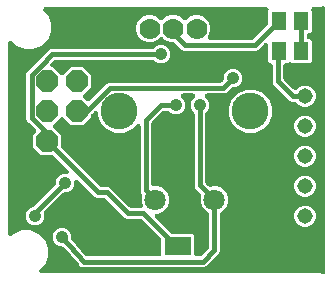
<source format=gbr>
G04 EAGLE Gerber RS-274X export*
G75*
%MOMM*%
%FSLAX34Y34*%
%LPD*%
%INTop Copper*%
%IPPOS*%
%AMOC8*
5,1,8,0,0,1.08239X$1,22.5*%
G01*
%ADD10C,1.308000*%
%ADD11P,2.034460X8X292.500000*%
%ADD12R,1.300000X1.500000*%
%ADD13R,2.300000X1.600000*%
%ADD14C,1.800000*%
%ADD15C,1.778000*%
%ADD16C,3.116000*%
%ADD17C,1.050000*%
%ADD18C,0.406400*%

G36*
X269267Y1696D02*
X269267Y1696D01*
X269276Y1695D01*
X269465Y1717D01*
X269658Y1738D01*
X269667Y1741D01*
X269675Y1742D01*
X269857Y1801D01*
X270042Y1859D01*
X270050Y1864D01*
X270058Y1867D01*
X270227Y1962D01*
X270394Y2054D01*
X270401Y2060D01*
X270409Y2064D01*
X270555Y2190D01*
X270701Y2315D01*
X270707Y2322D01*
X270714Y2328D01*
X270831Y2479D01*
X270951Y2631D01*
X270955Y2639D01*
X270960Y2646D01*
X271046Y2818D01*
X271133Y2990D01*
X271136Y2998D01*
X271140Y3006D01*
X271190Y3193D01*
X271241Y3378D01*
X271242Y3386D01*
X271244Y3395D01*
X271271Y3726D01*
X271271Y226654D01*
X271270Y226663D01*
X271271Y226672D01*
X271250Y226865D01*
X271231Y227055D01*
X271229Y227063D01*
X271228Y227072D01*
X271169Y227257D01*
X271113Y227440D01*
X271109Y227448D01*
X271106Y227456D01*
X271013Y227624D01*
X270921Y227794D01*
X270916Y227801D01*
X270911Y227808D01*
X270787Y227956D01*
X270664Y228103D01*
X270657Y228109D01*
X270651Y228115D01*
X270499Y228235D01*
X270350Y228355D01*
X270342Y228360D01*
X270335Y228365D01*
X270162Y228453D01*
X269993Y228541D01*
X269984Y228543D01*
X269976Y228547D01*
X269790Y228599D01*
X269606Y228652D01*
X269597Y228653D01*
X269588Y228655D01*
X269395Y228670D01*
X269204Y228685D01*
X269196Y228684D01*
X269187Y228685D01*
X268994Y228661D01*
X268805Y228638D01*
X268796Y228636D01*
X268787Y228634D01*
X268605Y228573D01*
X268422Y228513D01*
X268414Y228509D01*
X268406Y228506D01*
X268239Y228410D01*
X268071Y228316D01*
X268064Y228310D01*
X268057Y228305D01*
X267804Y228091D01*
X267552Y227839D01*
X261358Y227839D01*
X261349Y227838D01*
X261340Y227839D01*
X261149Y227819D01*
X260957Y227799D01*
X260949Y227797D01*
X260940Y227796D01*
X260756Y227738D01*
X260572Y227681D01*
X260564Y227677D01*
X260556Y227674D01*
X260387Y227581D01*
X260218Y227489D01*
X260211Y227484D01*
X260203Y227479D01*
X260056Y227354D01*
X259909Y227232D01*
X259903Y227225D01*
X259896Y227219D01*
X259777Y227068D01*
X259657Y226918D01*
X259652Y226910D01*
X259647Y226903D01*
X259559Y226730D01*
X259471Y226561D01*
X259469Y226552D01*
X259465Y226544D01*
X259413Y226358D01*
X259360Y226174D01*
X259359Y226165D01*
X259357Y226156D01*
X259342Y225964D01*
X259327Y225772D01*
X259328Y225764D01*
X259327Y225755D01*
X259351Y225563D01*
X259374Y225373D01*
X259376Y225364D01*
X259378Y225355D01*
X259439Y225173D01*
X259499Y224990D01*
X259503Y224982D01*
X259506Y224974D01*
X259602Y224806D01*
X259696Y224639D01*
X259702Y224632D01*
X259707Y224625D01*
X259841Y224467D01*
X259841Y207348D01*
X258352Y205859D01*
X257404Y205859D01*
X257386Y205857D01*
X257368Y205859D01*
X257186Y205838D01*
X257003Y205819D01*
X256986Y205814D01*
X256969Y205812D01*
X256794Y205755D01*
X256618Y205701D01*
X256603Y205693D01*
X256586Y205687D01*
X256426Y205597D01*
X256264Y205509D01*
X256251Y205498D01*
X256235Y205489D01*
X256096Y205369D01*
X255955Y205252D01*
X255944Y205238D01*
X255930Y205226D01*
X255818Y205081D01*
X255703Y204938D01*
X255695Y204922D01*
X255684Y204908D01*
X255602Y204743D01*
X255517Y204581D01*
X255512Y204564D01*
X255504Y204548D01*
X255457Y204369D01*
X255406Y204194D01*
X255404Y204176D01*
X255400Y204159D01*
X255373Y203828D01*
X255373Y202572D01*
X255375Y202554D01*
X255373Y202536D01*
X255394Y202354D01*
X255413Y202171D01*
X255418Y202154D01*
X255420Y202137D01*
X255477Y201962D01*
X255531Y201786D01*
X255539Y201771D01*
X255545Y201754D01*
X255635Y201594D01*
X255723Y201432D01*
X255734Y201419D01*
X255743Y201403D01*
X255863Y201264D01*
X255980Y201123D01*
X255994Y201112D01*
X256006Y201098D01*
X256151Y200986D01*
X256294Y200871D01*
X256310Y200863D01*
X256324Y200852D01*
X256489Y200770D01*
X256651Y200685D01*
X256668Y200680D01*
X256684Y200672D01*
X256863Y200625D01*
X257038Y200574D01*
X257056Y200572D01*
X257073Y200568D01*
X257404Y200541D01*
X258352Y200541D01*
X259841Y199052D01*
X259841Y181948D01*
X258352Y180459D01*
X243248Y180459D01*
X242736Y180971D01*
X242722Y180982D01*
X242711Y180995D01*
X242567Y181109D01*
X242425Y181226D01*
X242409Y181234D01*
X242395Y181245D01*
X242231Y181328D01*
X242069Y181414D01*
X242052Y181419D01*
X242036Y181427D01*
X241859Y181477D01*
X241683Y181529D01*
X241665Y181531D01*
X241648Y181535D01*
X241465Y181549D01*
X241282Y181565D01*
X241264Y181563D01*
X241247Y181565D01*
X241065Y181542D01*
X240882Y181522D01*
X240865Y181517D01*
X240847Y181514D01*
X240674Y181456D01*
X240498Y181401D01*
X240482Y181392D01*
X240466Y181386D01*
X240307Y181295D01*
X240146Y181206D01*
X240132Y181194D01*
X240117Y181185D01*
X239864Y180971D01*
X239352Y180459D01*
X237744Y180459D01*
X237726Y180457D01*
X237708Y180459D01*
X237526Y180438D01*
X237343Y180419D01*
X237326Y180414D01*
X237309Y180412D01*
X237134Y180355D01*
X236958Y180301D01*
X236943Y180293D01*
X236926Y180287D01*
X236766Y180197D01*
X236604Y180109D01*
X236591Y180098D01*
X236575Y180089D01*
X236436Y179969D01*
X236295Y179852D01*
X236284Y179838D01*
X236270Y179826D01*
X236158Y179681D01*
X236043Y179538D01*
X236035Y179522D01*
X236024Y179508D01*
X235942Y179343D01*
X235857Y179181D01*
X235852Y179164D01*
X235844Y179148D01*
X235797Y178969D01*
X235746Y178794D01*
X235744Y178776D01*
X235740Y178759D01*
X235713Y178428D01*
X235713Y167835D01*
X235715Y167809D01*
X235713Y167782D01*
X235735Y167608D01*
X235753Y167435D01*
X235760Y167409D01*
X235764Y167383D01*
X235819Y167217D01*
X235871Y167050D01*
X235884Y167026D01*
X235892Y167001D01*
X235979Y166849D01*
X236063Y166696D01*
X236080Y166675D01*
X236093Y166652D01*
X236308Y166399D01*
X244296Y158411D01*
X244310Y158399D01*
X244321Y158386D01*
X244466Y158272D01*
X244608Y158156D01*
X244623Y158147D01*
X244637Y158136D01*
X244801Y158053D01*
X244963Y157967D01*
X244980Y157962D01*
X244996Y157954D01*
X245174Y157905D01*
X245349Y157852D01*
X245367Y157851D01*
X245384Y157846D01*
X245567Y157832D01*
X245750Y157816D01*
X245768Y157818D01*
X245786Y157817D01*
X245968Y157839D01*
X246150Y157859D01*
X246167Y157865D01*
X246185Y157867D01*
X246359Y157925D01*
X246534Y157981D01*
X246550Y157989D01*
X246567Y157995D01*
X246726Y158087D01*
X246887Y158176D01*
X246900Y158187D01*
X246916Y158196D01*
X247169Y158411D01*
X248856Y160098D01*
X249319Y160290D01*
X252194Y161481D01*
X255806Y161481D01*
X259144Y160098D01*
X261698Y157544D01*
X263081Y154206D01*
X263081Y150594D01*
X261698Y147256D01*
X259144Y144702D01*
X255806Y143319D01*
X252194Y143319D01*
X248856Y144702D01*
X246326Y147232D01*
X246305Y147249D01*
X246287Y147270D01*
X246149Y147377D01*
X246014Y147487D01*
X245990Y147500D01*
X245969Y147516D01*
X245813Y147594D01*
X245658Y147676D01*
X245633Y147684D01*
X245609Y147696D01*
X245440Y147741D01*
X245272Y147791D01*
X245246Y147793D01*
X245220Y147800D01*
X244889Y147827D01*
X242930Y147827D01*
X241250Y148523D01*
X227263Y162510D01*
X226567Y164190D01*
X226567Y178428D01*
X226566Y178439D01*
X226567Y178449D01*
X226566Y178455D01*
X226567Y178464D01*
X226546Y178646D01*
X226527Y178829D01*
X226522Y178846D01*
X226520Y178863D01*
X226463Y179038D01*
X226409Y179214D01*
X226401Y179229D01*
X226395Y179246D01*
X226305Y179406D01*
X226217Y179568D01*
X226206Y179581D01*
X226197Y179597D01*
X226077Y179736D01*
X225960Y179877D01*
X225946Y179888D01*
X225934Y179902D01*
X225789Y180014D01*
X225646Y180129D01*
X225630Y180137D01*
X225616Y180148D01*
X225451Y180230D01*
X225289Y180315D01*
X225272Y180320D01*
X225256Y180328D01*
X225077Y180375D01*
X224902Y180426D01*
X224884Y180428D01*
X224867Y180432D01*
X224536Y180459D01*
X224248Y180459D01*
X222759Y181948D01*
X222759Y195489D01*
X222758Y195497D01*
X222759Y195506D01*
X222738Y195698D01*
X222719Y195889D01*
X222717Y195898D01*
X222716Y195907D01*
X222658Y196089D01*
X222601Y196274D01*
X222597Y196282D01*
X222594Y196291D01*
X222501Y196459D01*
X222409Y196628D01*
X222404Y196635D01*
X222399Y196643D01*
X222275Y196790D01*
X222152Y196937D01*
X222145Y196943D01*
X222139Y196950D01*
X221988Y197069D01*
X221838Y197190D01*
X221830Y197194D01*
X221823Y197199D01*
X221650Y197287D01*
X221481Y197375D01*
X221472Y197378D01*
X221464Y197382D01*
X221278Y197434D01*
X221094Y197487D01*
X221085Y197487D01*
X221076Y197490D01*
X220883Y197504D01*
X220692Y197520D01*
X220684Y197519D01*
X220675Y197519D01*
X220482Y197495D01*
X220293Y197473D01*
X220284Y197470D01*
X220275Y197469D01*
X220092Y197407D01*
X219910Y197348D01*
X219902Y197343D01*
X219894Y197341D01*
X219727Y197244D01*
X219559Y197150D01*
X219552Y197144D01*
X219545Y197140D01*
X219292Y196925D01*
X215642Y193275D01*
X214070Y191703D01*
X212390Y191007D01*
X151490Y191007D01*
X149810Y191703D01*
X143839Y197674D01*
X143818Y197691D01*
X143801Y197712D01*
X143663Y197819D01*
X143527Y197929D01*
X143504Y197942D01*
X143483Y197958D01*
X143326Y198036D01*
X143172Y198118D01*
X143146Y198126D01*
X143122Y198138D01*
X142953Y198183D01*
X142786Y198233D01*
X142759Y198235D01*
X142733Y198242D01*
X142403Y198269D01*
X140126Y198269D01*
X135925Y200009D01*
X133836Y202098D01*
X133823Y202110D01*
X133811Y202123D01*
X133667Y202237D01*
X133525Y202353D01*
X133509Y202362D01*
X133495Y202373D01*
X133331Y202456D01*
X133169Y202542D01*
X133152Y202547D01*
X133136Y202555D01*
X132959Y202604D01*
X132783Y202657D01*
X132765Y202658D01*
X132748Y202663D01*
X132565Y202676D01*
X132382Y202693D01*
X132364Y202691D01*
X132347Y202692D01*
X132165Y202669D01*
X131982Y202650D01*
X131965Y202644D01*
X131947Y202642D01*
X131774Y202584D01*
X131598Y202528D01*
X131582Y202519D01*
X131566Y202514D01*
X131406Y202422D01*
X131246Y202333D01*
X131232Y202322D01*
X131217Y202313D01*
X130964Y202098D01*
X128875Y200009D01*
X125394Y198568D01*
X124674Y198269D01*
X120126Y198269D01*
X115925Y200009D01*
X112709Y203225D01*
X110969Y207426D01*
X110969Y211974D01*
X112709Y216175D01*
X115925Y219391D01*
X120126Y221131D01*
X124674Y221131D01*
X128875Y219391D01*
X130964Y217302D01*
X130978Y217290D01*
X130989Y217277D01*
X131133Y217163D01*
X131275Y217047D01*
X131291Y217038D01*
X131305Y217027D01*
X131469Y216944D01*
X131631Y216858D01*
X131648Y216853D01*
X131664Y216845D01*
X131841Y216795D01*
X132017Y216743D01*
X132035Y216742D01*
X132052Y216737D01*
X132235Y216724D01*
X132418Y216707D01*
X132436Y216709D01*
X132453Y216708D01*
X132635Y216731D01*
X132818Y216750D01*
X132835Y216756D01*
X132853Y216758D01*
X133027Y216816D01*
X133202Y216872D01*
X133218Y216881D01*
X133234Y216886D01*
X133393Y216977D01*
X133554Y217067D01*
X133568Y217078D01*
X133583Y217087D01*
X133836Y217302D01*
X135925Y219391D01*
X140126Y221131D01*
X144674Y221131D01*
X148875Y219391D01*
X150964Y217302D01*
X150978Y217290D01*
X150989Y217277D01*
X151133Y217163D01*
X151275Y217047D01*
X151291Y217038D01*
X151305Y217027D01*
X151469Y216944D01*
X151631Y216858D01*
X151648Y216853D01*
X151664Y216845D01*
X151841Y216795D01*
X152017Y216743D01*
X152035Y216742D01*
X152052Y216737D01*
X152235Y216724D01*
X152418Y216707D01*
X152436Y216709D01*
X152453Y216708D01*
X152635Y216731D01*
X152818Y216750D01*
X152835Y216756D01*
X152853Y216758D01*
X153027Y216816D01*
X153202Y216872D01*
X153218Y216881D01*
X153234Y216886D01*
X153393Y216977D01*
X153554Y217067D01*
X153568Y217078D01*
X153583Y217087D01*
X153836Y217302D01*
X155925Y219391D01*
X160126Y221131D01*
X164674Y221131D01*
X168875Y219391D01*
X172091Y216175D01*
X173831Y211974D01*
X173831Y207426D01*
X171981Y202961D01*
X171977Y202948D01*
X171971Y202937D01*
X171920Y202757D01*
X171865Y202576D01*
X171864Y202563D01*
X171860Y202550D01*
X171844Y202362D01*
X171827Y202175D01*
X171828Y202162D01*
X171827Y202148D01*
X171849Y201962D01*
X171868Y201775D01*
X171872Y201762D01*
X171874Y201749D01*
X171932Y201570D01*
X171988Y201390D01*
X171995Y201379D01*
X171999Y201366D01*
X172092Y201201D01*
X172181Y201037D01*
X172190Y201027D01*
X172197Y201015D01*
X172320Y200873D01*
X172441Y200729D01*
X172451Y200721D01*
X172460Y200710D01*
X172608Y200596D01*
X172755Y200478D01*
X172767Y200472D01*
X172778Y200464D01*
X172946Y200380D01*
X173114Y200294D01*
X173126Y200290D01*
X173138Y200284D01*
X173321Y200235D01*
X173501Y200184D01*
X173514Y200183D01*
X173527Y200180D01*
X173858Y200153D01*
X208745Y200153D01*
X208771Y200155D01*
X208798Y200153D01*
X208972Y200175D01*
X209145Y200193D01*
X209171Y200200D01*
X209197Y200204D01*
X209363Y200259D01*
X209530Y200311D01*
X209554Y200324D01*
X209579Y200332D01*
X209731Y200419D01*
X209884Y200503D01*
X209905Y200520D01*
X209928Y200533D01*
X210181Y200748D01*
X222164Y212731D01*
X222181Y212752D01*
X222202Y212769D01*
X222309Y212907D01*
X222419Y213043D01*
X222432Y213066D01*
X222448Y213087D01*
X222526Y213244D01*
X222608Y213398D01*
X222616Y213424D01*
X222628Y213448D01*
X222673Y213617D01*
X222723Y213784D01*
X222725Y213811D01*
X222732Y213837D01*
X222759Y214167D01*
X222759Y224469D01*
X222812Y224534D01*
X222934Y224683D01*
X222938Y224691D01*
X222943Y224698D01*
X223032Y224868D01*
X223122Y225039D01*
X223125Y225048D01*
X223129Y225055D01*
X223182Y225239D01*
X223237Y225425D01*
X223238Y225434D01*
X223240Y225442D01*
X223256Y225633D01*
X223273Y225826D01*
X223272Y225835D01*
X223273Y225844D01*
X223251Y226033D01*
X223230Y226226D01*
X223227Y226235D01*
X223226Y226243D01*
X223166Y226427D01*
X223109Y226610D01*
X223104Y226618D01*
X223101Y226626D01*
X223006Y226795D01*
X222914Y226962D01*
X222908Y226969D01*
X222904Y226977D01*
X222778Y227122D01*
X222653Y227269D01*
X222646Y227275D01*
X222640Y227282D01*
X222489Y227399D01*
X222337Y227519D01*
X222329Y227523D01*
X222322Y227528D01*
X222150Y227614D01*
X221978Y227701D01*
X221970Y227704D01*
X221962Y227708D01*
X221774Y227758D01*
X221591Y227809D01*
X221582Y227810D01*
X221573Y227812D01*
X221242Y227839D01*
X34425Y227839D01*
X34416Y227838D01*
X34407Y227839D01*
X34216Y227818D01*
X34025Y227799D01*
X34016Y227797D01*
X34007Y227796D01*
X33825Y227738D01*
X33640Y227681D01*
X33632Y227677D01*
X33623Y227674D01*
X33455Y227581D01*
X33286Y227489D01*
X33279Y227484D01*
X33271Y227479D01*
X33124Y227355D01*
X32976Y227232D01*
X32971Y227225D01*
X32964Y227219D01*
X32845Y227068D01*
X32724Y226918D01*
X32720Y226910D01*
X32714Y226903D01*
X32626Y226730D01*
X32538Y226561D01*
X32536Y226552D01*
X32532Y226544D01*
X32480Y226358D01*
X32427Y226174D01*
X32426Y226165D01*
X32424Y226156D01*
X32410Y225963D01*
X32394Y225772D01*
X32395Y225764D01*
X32395Y225755D01*
X32419Y225562D01*
X32441Y225373D01*
X32444Y225364D01*
X32445Y225355D01*
X32506Y225172D01*
X32566Y224990D01*
X32570Y224982D01*
X32573Y224974D01*
X32669Y224807D01*
X32764Y224639D01*
X32770Y224632D01*
X32774Y224625D01*
X32989Y224372D01*
X36038Y221322D01*
X38861Y214508D01*
X38861Y207132D01*
X36038Y200318D01*
X30822Y195102D01*
X24008Y192279D01*
X16632Y192279D01*
X9818Y195102D01*
X6008Y198911D01*
X6001Y198917D01*
X5996Y198924D01*
X5846Y199044D01*
X5697Y199166D01*
X5689Y199170D01*
X5682Y199176D01*
X5512Y199264D01*
X5341Y199355D01*
X5332Y199357D01*
X5325Y199362D01*
X5140Y199415D01*
X4955Y199470D01*
X4946Y199470D01*
X4938Y199473D01*
X4746Y199489D01*
X4554Y199506D01*
X4545Y199505D01*
X4536Y199506D01*
X4347Y199484D01*
X4154Y199463D01*
X4145Y199460D01*
X4137Y199459D01*
X3955Y199400D01*
X3770Y199341D01*
X3762Y199337D01*
X3754Y199334D01*
X3585Y199239D01*
X3418Y199146D01*
X3411Y199141D01*
X3403Y199136D01*
X3257Y199010D01*
X3111Y198886D01*
X3105Y198879D01*
X3098Y198873D01*
X2981Y198722D01*
X2861Y198570D01*
X2857Y198562D01*
X2852Y198555D01*
X2766Y198383D01*
X2679Y198211D01*
X2676Y198202D01*
X2672Y198194D01*
X2622Y198008D01*
X2571Y197823D01*
X2570Y197814D01*
X2568Y197806D01*
X2541Y197475D01*
X2541Y36205D01*
X2542Y36197D01*
X2541Y36190D01*
X2541Y36187D01*
X2562Y35996D01*
X2581Y35805D01*
X2583Y35796D01*
X2584Y35787D01*
X2642Y35605D01*
X2699Y35420D01*
X2703Y35412D01*
X2706Y35403D01*
X2799Y35235D01*
X2891Y35066D01*
X2896Y35059D01*
X2901Y35051D01*
X3026Y34903D01*
X3148Y34756D01*
X3155Y34751D01*
X3161Y34744D01*
X3313Y34624D01*
X3462Y34504D01*
X3470Y34500D01*
X3477Y34494D01*
X3649Y34407D01*
X3819Y34318D01*
X3828Y34316D01*
X3836Y34312D01*
X4022Y34260D01*
X4206Y34207D01*
X4215Y34206D01*
X4224Y34204D01*
X4416Y34190D01*
X4608Y34174D01*
X4616Y34175D01*
X4625Y34175D01*
X4818Y34199D01*
X5007Y34221D01*
X5016Y34224D01*
X5025Y34225D01*
X5208Y34286D01*
X5390Y34346D01*
X5398Y34350D01*
X5406Y34353D01*
X5572Y34449D01*
X5741Y34544D01*
X5748Y34550D01*
X5755Y34554D01*
X6008Y34769D01*
X7277Y36038D01*
X14092Y38861D01*
X21468Y38861D01*
X28282Y36038D01*
X33498Y30822D01*
X36321Y24008D01*
X36321Y16632D01*
X33498Y9818D01*
X29689Y6008D01*
X29683Y6001D01*
X29676Y5996D01*
X29556Y5846D01*
X29434Y5697D01*
X29430Y5689D01*
X29424Y5682D01*
X29336Y5512D01*
X29245Y5341D01*
X29243Y5332D01*
X29238Y5325D01*
X29185Y5140D01*
X29130Y4955D01*
X29130Y4946D01*
X29127Y4938D01*
X29111Y4746D01*
X29094Y4554D01*
X29095Y4545D01*
X29094Y4536D01*
X29116Y4347D01*
X29137Y4154D01*
X29140Y4145D01*
X29141Y4137D01*
X29200Y3955D01*
X29259Y3770D01*
X29263Y3762D01*
X29266Y3754D01*
X29362Y3584D01*
X29454Y3418D01*
X29459Y3411D01*
X29464Y3403D01*
X29590Y3257D01*
X29714Y3111D01*
X29721Y3105D01*
X29727Y3098D01*
X29878Y2981D01*
X30030Y2861D01*
X30038Y2857D01*
X30045Y2852D01*
X30217Y2766D01*
X30389Y2679D01*
X30398Y2676D01*
X30406Y2672D01*
X30592Y2622D01*
X30777Y2571D01*
X30786Y2570D01*
X30794Y2568D01*
X31125Y2541D01*
X267552Y2541D01*
X267804Y2289D01*
X267811Y2284D01*
X267816Y2277D01*
X267966Y2157D01*
X268115Y2034D01*
X268123Y2030D01*
X268130Y2025D01*
X268301Y1936D01*
X268471Y1846D01*
X268479Y1843D01*
X268487Y1839D01*
X268673Y1786D01*
X268857Y1731D01*
X268866Y1730D01*
X268874Y1728D01*
X269066Y1712D01*
X269258Y1695D01*
X269267Y1696D01*
G37*
%LPC*%
G36*
X66465Y7615D02*
X66465Y7615D01*
X66409Y7613D01*
X66334Y7619D01*
X65584Y7619D01*
X65490Y7651D01*
X65451Y7657D01*
X65422Y7666D01*
X65381Y7670D01*
X64720Y7995D01*
X64668Y8015D01*
X64600Y8049D01*
X63907Y8336D01*
X63833Y8402D01*
X63799Y8422D01*
X63776Y8441D01*
X63739Y8461D01*
X63253Y9014D01*
X63212Y9052D01*
X63163Y9110D01*
X62633Y9640D01*
X62589Y9729D01*
X62566Y9761D01*
X62551Y9788D01*
X62496Y9854D01*
X62391Y9996D01*
X49622Y24538D01*
X49554Y24601D01*
X49494Y24672D01*
X49408Y24738D01*
X49328Y24813D01*
X49249Y24862D01*
X49176Y24918D01*
X49078Y24967D01*
X48985Y25024D01*
X48898Y25056D01*
X48815Y25098D01*
X48710Y25126D01*
X48607Y25164D01*
X48516Y25178D01*
X48426Y25202D01*
X48292Y25213D01*
X48210Y25226D01*
X48161Y25224D01*
X48096Y25229D01*
X46710Y25229D01*
X43847Y26415D01*
X41655Y28607D01*
X40469Y31470D01*
X40469Y34570D01*
X41655Y37433D01*
X43847Y39625D01*
X46710Y40811D01*
X49810Y40811D01*
X52673Y39625D01*
X54865Y37433D01*
X56051Y34570D01*
X56051Y31843D01*
X56067Y31681D01*
X56077Y31519D01*
X56087Y31481D01*
X56091Y31442D01*
X56138Y31287D01*
X56180Y31130D01*
X56197Y31095D01*
X56209Y31057D01*
X56286Y30915D01*
X56358Y30769D01*
X56384Y30734D01*
X56401Y30703D01*
X56456Y30636D01*
X56556Y30503D01*
X68011Y17456D01*
X68079Y17393D01*
X68140Y17322D01*
X68226Y17256D01*
X68306Y17181D01*
X68385Y17132D01*
X68458Y17076D01*
X68556Y17027D01*
X68649Y16970D01*
X68735Y16938D01*
X68818Y16896D01*
X68924Y16868D01*
X69026Y16830D01*
X69118Y16816D01*
X69207Y16792D01*
X69342Y16781D01*
X69424Y16768D01*
X69473Y16770D01*
X69538Y16765D01*
X130228Y16765D01*
X130246Y16767D01*
X130264Y16765D01*
X130446Y16786D01*
X130629Y16805D01*
X130646Y16810D01*
X130663Y16812D01*
X130838Y16869D01*
X131014Y16923D01*
X131029Y16931D01*
X131046Y16937D01*
X131206Y17027D01*
X131368Y17115D01*
X131381Y17126D01*
X131397Y17135D01*
X131536Y17255D01*
X131677Y17372D01*
X131688Y17386D01*
X131702Y17398D01*
X131814Y17543D01*
X131929Y17686D01*
X131937Y17702D01*
X131948Y17716D01*
X132030Y17881D01*
X132115Y18043D01*
X132120Y18060D01*
X132128Y18076D01*
X132175Y18253D01*
X132226Y18430D01*
X132228Y18448D01*
X132232Y18465D01*
X132259Y18796D01*
X132259Y31005D01*
X132257Y31031D01*
X132259Y31058D01*
X132237Y31232D01*
X132219Y31405D01*
X132212Y31431D01*
X132208Y31457D01*
X132153Y31623D01*
X132101Y31790D01*
X132088Y31814D01*
X132080Y31839D01*
X131993Y31991D01*
X131909Y32144D01*
X131892Y32165D01*
X131879Y32188D01*
X131664Y32441D01*
X115933Y48172D01*
X115912Y48189D01*
X115895Y48210D01*
X115757Y48317D01*
X115621Y48427D01*
X115598Y48440D01*
X115577Y48456D01*
X115420Y48534D01*
X115266Y48616D01*
X115240Y48624D01*
X115216Y48636D01*
X115047Y48681D01*
X114880Y48731D01*
X114853Y48733D01*
X114827Y48740D01*
X114497Y48767D01*
X103230Y48767D01*
X101550Y49463D01*
X85061Y65952D01*
X85040Y65969D01*
X85023Y65990D01*
X84885Y66097D01*
X84749Y66207D01*
X84726Y66220D01*
X84705Y66236D01*
X84548Y66314D01*
X84394Y66396D01*
X84368Y66404D01*
X84344Y66416D01*
X84175Y66461D01*
X84008Y66511D01*
X83981Y66513D01*
X83955Y66520D01*
X83625Y66547D01*
X77830Y66547D01*
X76150Y67243D01*
X62058Y81335D01*
X62051Y81341D01*
X62046Y81347D01*
X61896Y81468D01*
X61747Y81590D01*
X61739Y81594D01*
X61732Y81600D01*
X61562Y81688D01*
X61391Y81779D01*
X61382Y81781D01*
X61375Y81785D01*
X61190Y81838D01*
X61005Y81893D01*
X60996Y81894D01*
X60988Y81897D01*
X60796Y81912D01*
X60604Y81930D01*
X60595Y81929D01*
X60586Y81930D01*
X60397Y81907D01*
X60204Y81886D01*
X60195Y81884D01*
X60187Y81883D01*
X60005Y81823D01*
X59820Y81765D01*
X59812Y81761D01*
X59804Y81758D01*
X59635Y81663D01*
X59468Y81570D01*
X59461Y81564D01*
X59453Y81560D01*
X59307Y81434D01*
X59161Y81310D01*
X59155Y81303D01*
X59148Y81297D01*
X59031Y81145D01*
X58911Y80994D01*
X58907Y80986D01*
X58902Y80979D01*
X58816Y80807D01*
X58729Y80635D01*
X58726Y80626D01*
X58722Y80618D01*
X58672Y80432D01*
X58621Y80247D01*
X58620Y80238D01*
X58618Y80229D01*
X58591Y79899D01*
X58591Y77190D01*
X57405Y74327D01*
X55213Y72135D01*
X52350Y70949D01*
X50317Y70949D01*
X50291Y70947D01*
X50264Y70949D01*
X50090Y70927D01*
X49917Y70909D01*
X49891Y70902D01*
X49865Y70898D01*
X49699Y70843D01*
X49532Y70791D01*
X49508Y70778D01*
X49483Y70770D01*
X49331Y70683D01*
X49178Y70599D01*
X49157Y70582D01*
X49134Y70569D01*
X48881Y70354D01*
X33473Y54946D01*
X33458Y54929D01*
X33442Y54914D01*
X33331Y54773D01*
X33218Y54634D01*
X33207Y54615D01*
X33193Y54597D01*
X33113Y54436D01*
X33029Y54279D01*
X33023Y54257D01*
X33013Y54237D01*
X32965Y54064D01*
X32914Y53893D01*
X32912Y53870D01*
X32906Y53849D01*
X32894Y53670D01*
X32878Y53492D01*
X32880Y53470D01*
X32879Y53447D01*
X32902Y53270D01*
X32921Y53091D01*
X32928Y53070D01*
X32931Y53048D01*
X33032Y52732D01*
X33191Y52350D01*
X33191Y49250D01*
X32005Y46387D01*
X29813Y44195D01*
X26950Y43009D01*
X23850Y43009D01*
X20987Y44195D01*
X18795Y46387D01*
X17609Y49250D01*
X17609Y52350D01*
X18795Y55213D01*
X20987Y57405D01*
X24047Y58672D01*
X24074Y58687D01*
X24104Y58697D01*
X24252Y58782D01*
X24401Y58862D01*
X24425Y58882D01*
X24453Y58898D01*
X24706Y59112D01*
X42414Y76821D01*
X42431Y76842D01*
X42452Y76859D01*
X42559Y76997D01*
X42669Y77133D01*
X42682Y77156D01*
X42698Y77177D01*
X42776Y77334D01*
X42858Y77488D01*
X42866Y77514D01*
X42878Y77538D01*
X42923Y77707D01*
X42973Y77874D01*
X42975Y77901D01*
X42982Y77927D01*
X43009Y78257D01*
X43009Y80290D01*
X44195Y83153D01*
X46387Y85345D01*
X49250Y86531D01*
X51959Y86531D01*
X51967Y86532D01*
X51976Y86531D01*
X52170Y86552D01*
X52359Y86571D01*
X52368Y86573D01*
X52377Y86574D01*
X52560Y86632D01*
X52744Y86689D01*
X52752Y86693D01*
X52761Y86696D01*
X52928Y86788D01*
X53098Y86881D01*
X53105Y86886D01*
X53113Y86891D01*
X53260Y87015D01*
X53407Y87138D01*
X53413Y87145D01*
X53420Y87151D01*
X53540Y87303D01*
X53660Y87452D01*
X53664Y87460D01*
X53669Y87467D01*
X53757Y87640D01*
X53845Y87809D01*
X53848Y87818D01*
X53852Y87826D01*
X53904Y88012D01*
X53957Y88196D01*
X53957Y88205D01*
X53960Y88214D01*
X53974Y88407D01*
X53990Y88598D01*
X53989Y88606D01*
X53989Y88615D01*
X53965Y88808D01*
X53943Y88997D01*
X53940Y89006D01*
X53939Y89015D01*
X53878Y89196D01*
X53818Y89380D01*
X53813Y89388D01*
X53811Y89396D01*
X53714Y89563D01*
X53620Y89731D01*
X53614Y89738D01*
X53610Y89745D01*
X53395Y89998D01*
X41627Y101766D01*
X41606Y101783D01*
X41589Y101804D01*
X41451Y101911D01*
X41315Y102021D01*
X41292Y102034D01*
X41271Y102050D01*
X41114Y102128D01*
X40960Y102210D01*
X40934Y102218D01*
X40910Y102230D01*
X40741Y102275D01*
X40574Y102325D01*
X40547Y102327D01*
X40521Y102334D01*
X40191Y102361D01*
X30615Y102361D01*
X23621Y109355D01*
X23621Y119245D01*
X25988Y121612D01*
X26000Y121626D01*
X26013Y121638D01*
X26127Y121781D01*
X26244Y121924D01*
X26252Y121940D01*
X26263Y121954D01*
X26346Y122117D01*
X26432Y122280D01*
X26437Y122297D01*
X26445Y122313D01*
X26495Y122490D01*
X26547Y122665D01*
X26549Y122683D01*
X26553Y122700D01*
X26567Y122883D01*
X26583Y123066D01*
X26581Y123084D01*
X26583Y123102D01*
X26560Y123284D01*
X26540Y123467D01*
X26535Y123484D01*
X26532Y123501D01*
X26474Y123675D01*
X26418Y123851D01*
X26410Y123866D01*
X26404Y123883D01*
X26312Y124043D01*
X26224Y124203D01*
X26212Y124216D01*
X26203Y124232D01*
X25988Y124485D01*
X20301Y130172D01*
X18729Y131744D01*
X18033Y133425D01*
X18033Y171375D01*
X18729Y173056D01*
X27889Y182216D01*
X27890Y182216D01*
X35938Y190265D01*
X37510Y191837D01*
X39191Y192533D01*
X124794Y192533D01*
X124820Y192535D01*
X124847Y192533D01*
X125021Y192555D01*
X125194Y192573D01*
X125220Y192580D01*
X125246Y192584D01*
X125412Y192639D01*
X125579Y192691D01*
X125603Y192704D01*
X125628Y192712D01*
X125780Y192799D01*
X125933Y192883D01*
X125954Y192900D01*
X125977Y192913D01*
X126230Y193128D01*
X127667Y194565D01*
X130530Y195751D01*
X133630Y195751D01*
X136493Y194565D01*
X138685Y192373D01*
X139871Y189510D01*
X139871Y186410D01*
X138685Y183547D01*
X136493Y181355D01*
X133630Y180169D01*
X130530Y180169D01*
X127667Y181355D01*
X126230Y182792D01*
X126209Y182809D01*
X126192Y182830D01*
X126054Y182937D01*
X125918Y183047D01*
X125895Y183060D01*
X125874Y183076D01*
X125717Y183154D01*
X125563Y183236D01*
X125537Y183244D01*
X125513Y183256D01*
X125344Y183301D01*
X125177Y183351D01*
X125150Y183353D01*
X125124Y183360D01*
X124794Y183387D01*
X42836Y183387D01*
X42809Y183385D01*
X42782Y183387D01*
X42609Y183365D01*
X42435Y183347D01*
X42410Y183340D01*
X42383Y183336D01*
X42217Y183280D01*
X42050Y183229D01*
X42027Y183217D01*
X42001Y183208D01*
X41850Y183121D01*
X41696Y183037D01*
X41676Y183020D01*
X41652Y183007D01*
X41399Y182792D01*
X39113Y180506D01*
X39108Y180499D01*
X39101Y180494D01*
X38981Y180344D01*
X38858Y180195D01*
X38854Y180187D01*
X38849Y180180D01*
X38760Y180009D01*
X38670Y179839D01*
X38667Y179830D01*
X38663Y179823D01*
X38610Y179638D01*
X38555Y179453D01*
X38554Y179444D01*
X38552Y179436D01*
X38536Y179245D01*
X38518Y179052D01*
X38519Y179043D01*
X38519Y179034D01*
X38541Y178845D01*
X38562Y178652D01*
X38565Y178643D01*
X38566Y178635D01*
X38625Y178453D01*
X38683Y178268D01*
X38688Y178260D01*
X38690Y178252D01*
X38786Y178083D01*
X38878Y177916D01*
X38884Y177909D01*
X38888Y177901D01*
X39014Y177755D01*
X39139Y177609D01*
X39146Y177603D01*
X39152Y177596D01*
X39303Y177479D01*
X39455Y177359D01*
X39463Y177355D01*
X39470Y177350D01*
X39642Y177264D01*
X39814Y177177D01*
X39822Y177174D01*
X39830Y177170D01*
X40016Y177120D01*
X40201Y177069D01*
X40210Y177068D01*
X40219Y177066D01*
X40501Y177043D01*
X46824Y170720D01*
X46837Y170709D01*
X46849Y170695D01*
X46993Y170581D01*
X47135Y170465D01*
X47151Y170457D01*
X47165Y170446D01*
X47329Y170362D01*
X47491Y170277D01*
X47508Y170271D01*
X47524Y170263D01*
X47701Y170214D01*
X47877Y170162D01*
X47895Y170160D01*
X47912Y170155D01*
X48095Y170142D01*
X48278Y170125D01*
X48296Y170127D01*
X48313Y170126D01*
X48495Y170149D01*
X48678Y170169D01*
X48695Y170174D01*
X48713Y170176D01*
X48886Y170235D01*
X49062Y170290D01*
X49078Y170299D01*
X49094Y170305D01*
X49254Y170396D01*
X49414Y170485D01*
X49428Y170497D01*
X49443Y170506D01*
X49696Y170720D01*
X56015Y177039D01*
X65905Y177039D01*
X72899Y170045D01*
X72899Y160155D01*
X66580Y153836D01*
X66569Y153823D01*
X66555Y153811D01*
X66441Y153667D01*
X66325Y153525D01*
X66317Y153509D01*
X66306Y153495D01*
X66222Y153331D01*
X66137Y153169D01*
X66131Y153152D01*
X66123Y153136D01*
X66074Y152959D01*
X66022Y152783D01*
X66020Y152765D01*
X66015Y152748D01*
X66002Y152565D01*
X65985Y152382D01*
X65987Y152364D01*
X65986Y152347D01*
X66009Y152165D01*
X66029Y151982D01*
X66034Y151965D01*
X66036Y151947D01*
X66095Y151773D01*
X66150Y151598D01*
X66159Y151583D01*
X66165Y151566D01*
X66256Y151406D01*
X66345Y151246D01*
X66357Y151232D01*
X66366Y151217D01*
X66580Y150964D01*
X68812Y148732D01*
X68826Y148721D01*
X68837Y148707D01*
X68981Y148593D01*
X69123Y148477D01*
X69139Y148469D01*
X69153Y148458D01*
X69317Y148374D01*
X69479Y148288D01*
X69496Y148283D01*
X69512Y148275D01*
X69689Y148226D01*
X69865Y148174D01*
X69883Y148172D01*
X69900Y148167D01*
X70083Y148154D01*
X70266Y148137D01*
X70284Y148139D01*
X70301Y148138D01*
X70484Y148161D01*
X70666Y148181D01*
X70683Y148186D01*
X70701Y148188D01*
X70875Y148247D01*
X71050Y148302D01*
X71066Y148311D01*
X71083Y148316D01*
X71242Y148408D01*
X71402Y148497D01*
X71416Y148508D01*
X71431Y148517D01*
X71684Y148732D01*
X84601Y161649D01*
X86173Y163221D01*
X87854Y163917D01*
X182009Y163917D01*
X182035Y163919D01*
X182062Y163917D01*
X182236Y163939D01*
X182409Y163957D01*
X182435Y163964D01*
X182461Y163968D01*
X182627Y164023D01*
X182794Y164075D01*
X182818Y164088D01*
X182843Y164096D01*
X182995Y164183D01*
X183148Y164267D01*
X183169Y164284D01*
X183192Y164297D01*
X183445Y164512D01*
X184654Y165721D01*
X184671Y165742D01*
X184692Y165759D01*
X184799Y165897D01*
X184909Y166033D01*
X184922Y166056D01*
X184938Y166077D01*
X185016Y166234D01*
X185098Y166388D01*
X185106Y166414D01*
X185118Y166438D01*
X185163Y166607D01*
X185213Y166774D01*
X185215Y166801D01*
X185222Y166827D01*
X185249Y167157D01*
X185249Y169190D01*
X186435Y172053D01*
X188627Y174245D01*
X191490Y175431D01*
X194590Y175431D01*
X197453Y174245D01*
X199645Y172053D01*
X200831Y169190D01*
X200831Y166090D01*
X199645Y163227D01*
X197453Y161035D01*
X194590Y159849D01*
X192557Y159849D01*
X192531Y159847D01*
X192504Y159849D01*
X192330Y159827D01*
X192157Y159809D01*
X192131Y159802D01*
X192105Y159798D01*
X191939Y159743D01*
X191772Y159691D01*
X191748Y159678D01*
X191723Y159670D01*
X191571Y159583D01*
X191418Y159499D01*
X191397Y159482D01*
X191374Y159469D01*
X191121Y159254D01*
X187334Y155467D01*
X185654Y154771D01*
X171030Y154771D01*
X171022Y154770D01*
X171013Y154771D01*
X170821Y154750D01*
X170630Y154731D01*
X170621Y154729D01*
X170612Y154728D01*
X170430Y154670D01*
X170245Y154613D01*
X170237Y154609D01*
X170228Y154606D01*
X170060Y154513D01*
X169891Y154421D01*
X169884Y154416D01*
X169876Y154411D01*
X169728Y154286D01*
X169582Y154164D01*
X169576Y154157D01*
X169569Y154151D01*
X169449Y153998D01*
X169329Y153850D01*
X169325Y153842D01*
X169320Y153835D01*
X169232Y153662D01*
X169144Y153493D01*
X169141Y153484D01*
X169137Y153476D01*
X169085Y153290D01*
X169032Y153106D01*
X169032Y153097D01*
X169029Y153088D01*
X169015Y152896D01*
X168999Y152704D01*
X169000Y152696D01*
X169000Y152687D01*
X169024Y152494D01*
X169046Y152305D01*
X169049Y152296D01*
X169050Y152287D01*
X169112Y152104D01*
X169171Y151922D01*
X169176Y151914D01*
X169178Y151906D01*
X169274Y151740D01*
X169369Y151571D01*
X169375Y151564D01*
X169379Y151557D01*
X169594Y151304D01*
X171705Y149193D01*
X172891Y146330D01*
X172891Y143230D01*
X171705Y140367D01*
X170268Y138930D01*
X170251Y138909D01*
X170230Y138892D01*
X170123Y138754D01*
X170013Y138618D01*
X170000Y138595D01*
X169984Y138574D01*
X169906Y138417D01*
X169824Y138263D01*
X169816Y138237D01*
X169804Y138213D01*
X169759Y138044D01*
X169709Y137877D01*
X169707Y137850D01*
X169700Y137824D01*
X169673Y137494D01*
X169673Y79735D01*
X169675Y79709D01*
X169673Y79682D01*
X169695Y79508D01*
X169713Y79335D01*
X169720Y79309D01*
X169724Y79283D01*
X169780Y79117D01*
X169831Y78950D01*
X169843Y78926D01*
X169852Y78901D01*
X169939Y78749D01*
X170023Y78596D01*
X170040Y78575D01*
X170053Y78552D01*
X170268Y78299D01*
X172180Y76387D01*
X172197Y76373D01*
X172212Y76356D01*
X172353Y76245D01*
X172492Y76132D01*
X172511Y76121D01*
X172529Y76107D01*
X172689Y76027D01*
X172847Y75943D01*
X172869Y75937D01*
X172889Y75927D01*
X173062Y75879D01*
X173233Y75828D01*
X173255Y75826D01*
X173277Y75820D01*
X173455Y75808D01*
X173634Y75792D01*
X173657Y75794D01*
X173679Y75793D01*
X173855Y75816D01*
X174034Y75835D01*
X174056Y75842D01*
X174078Y75845D01*
X174394Y75946D01*
X175104Y76241D01*
X179696Y76241D01*
X183937Y74484D01*
X187184Y71237D01*
X188941Y66996D01*
X188941Y62404D01*
X187184Y58163D01*
X183937Y54916D01*
X183227Y54622D01*
X183207Y54611D01*
X183186Y54604D01*
X183030Y54516D01*
X182872Y54432D01*
X182855Y54417D01*
X182835Y54407D01*
X182700Y54290D01*
X182561Y54175D01*
X182547Y54158D01*
X182530Y54143D01*
X182421Y54002D01*
X182308Y53863D01*
X182297Y53843D01*
X182284Y53825D01*
X182204Y53665D01*
X182121Y53506D01*
X182114Y53485D01*
X182104Y53465D01*
X182058Y53291D01*
X182008Y53120D01*
X182006Y53098D01*
X182000Y53076D01*
X181973Y52745D01*
X181973Y21042D01*
X181277Y19362D01*
X179705Y17790D01*
X170230Y8315D01*
X168550Y7619D01*
X67640Y7619D01*
X67474Y7603D01*
X67308Y7592D01*
X67270Y7582D01*
X67240Y7579D01*
X67200Y7567D01*
X66465Y7615D01*
G37*
%LPD*%
G36*
X164931Y16767D02*
X164931Y16767D01*
X164958Y16765D01*
X165132Y16787D01*
X165305Y16805D01*
X165331Y16812D01*
X165357Y16816D01*
X165523Y16871D01*
X165690Y16923D01*
X165714Y16936D01*
X165739Y16944D01*
X165891Y17031D01*
X166044Y17115D01*
X166065Y17132D01*
X166088Y17145D01*
X166341Y17360D01*
X172232Y23251D01*
X172249Y23272D01*
X172270Y23289D01*
X172377Y23427D01*
X172487Y23563D01*
X172500Y23586D01*
X172516Y23607D01*
X172594Y23764D01*
X172676Y23918D01*
X172684Y23944D01*
X172696Y23968D01*
X172741Y24137D01*
X172791Y24304D01*
X172793Y24331D01*
X172800Y24357D01*
X172827Y24687D01*
X172827Y52745D01*
X172825Y52768D01*
X172827Y52790D01*
X172805Y52967D01*
X172787Y53146D01*
X172781Y53167D01*
X172778Y53189D01*
X172722Y53359D01*
X172669Y53531D01*
X172659Y53550D01*
X172652Y53572D01*
X172563Y53727D01*
X172477Y53885D01*
X172463Y53902D01*
X172452Y53921D01*
X172334Y54057D01*
X172220Y54194D01*
X172202Y54208D01*
X172188Y54225D01*
X172045Y54334D01*
X171906Y54446D01*
X171886Y54457D01*
X171868Y54470D01*
X171573Y54622D01*
X170863Y54916D01*
X167616Y58163D01*
X165859Y62404D01*
X165859Y66996D01*
X166154Y67706D01*
X166160Y67728D01*
X166170Y67747D01*
X166218Y67921D01*
X166270Y68092D01*
X166272Y68114D01*
X166278Y68135D01*
X166291Y68315D01*
X166308Y68492D01*
X166306Y68514D01*
X166308Y68537D01*
X166285Y68715D01*
X166267Y68893D01*
X166260Y68914D01*
X166257Y68936D01*
X166200Y69106D01*
X166147Y69277D01*
X166136Y69297D01*
X166129Y69318D01*
X166040Y69473D01*
X165954Y69630D01*
X165939Y69647D01*
X165928Y69667D01*
X165713Y69920D01*
X162795Y72838D01*
X161223Y74410D01*
X160527Y76090D01*
X160527Y137494D01*
X160525Y137520D01*
X160527Y137547D01*
X160505Y137721D01*
X160487Y137894D01*
X160480Y137920D01*
X160476Y137946D01*
X160421Y138112D01*
X160369Y138279D01*
X160356Y138303D01*
X160348Y138328D01*
X160261Y138480D01*
X160177Y138633D01*
X160160Y138654D01*
X160147Y138677D01*
X159932Y138930D01*
X158495Y140367D01*
X157309Y143230D01*
X157309Y146330D01*
X158495Y149193D01*
X160606Y151304D01*
X160612Y151311D01*
X160618Y151316D01*
X160739Y151466D01*
X160861Y151615D01*
X160865Y151623D01*
X160871Y151630D01*
X160958Y151799D01*
X161050Y151971D01*
X161052Y151980D01*
X161056Y151987D01*
X161109Y152172D01*
X161164Y152357D01*
X161165Y152366D01*
X161168Y152374D01*
X161183Y152565D01*
X161201Y152758D01*
X161200Y152767D01*
X161201Y152776D01*
X161178Y152965D01*
X161157Y153158D01*
X161155Y153167D01*
X161154Y153175D01*
X161094Y153357D01*
X161036Y153542D01*
X161032Y153550D01*
X161029Y153558D01*
X160934Y153727D01*
X160841Y153894D01*
X160835Y153901D01*
X160831Y153909D01*
X160705Y154055D01*
X160581Y154201D01*
X160574Y154207D01*
X160568Y154214D01*
X160416Y154331D01*
X160265Y154451D01*
X160257Y154455D01*
X160250Y154460D01*
X160078Y154546D01*
X159906Y154633D01*
X159897Y154636D01*
X159889Y154640D01*
X159703Y154690D01*
X159518Y154741D01*
X159509Y154742D01*
X159500Y154744D01*
X159170Y154771D01*
X150710Y154771D01*
X150702Y154770D01*
X150693Y154771D01*
X150501Y154750D01*
X150310Y154731D01*
X150301Y154729D01*
X150292Y154728D01*
X150110Y154670D01*
X149925Y154613D01*
X149917Y154609D01*
X149908Y154606D01*
X149740Y154513D01*
X149571Y154421D01*
X149564Y154416D01*
X149556Y154411D01*
X149408Y154286D01*
X149262Y154164D01*
X149256Y154157D01*
X149249Y154151D01*
X149129Y153998D01*
X149009Y153850D01*
X149005Y153842D01*
X149000Y153835D01*
X148912Y153662D01*
X148824Y153493D01*
X148821Y153484D01*
X148817Y153476D01*
X148765Y153290D01*
X148712Y153106D01*
X148712Y153097D01*
X148709Y153088D01*
X148695Y152896D01*
X148679Y152704D01*
X148680Y152696D01*
X148680Y152687D01*
X148704Y152494D01*
X148726Y152305D01*
X148729Y152296D01*
X148730Y152287D01*
X148792Y152104D01*
X148851Y151922D01*
X148856Y151914D01*
X148858Y151906D01*
X148954Y151740D01*
X149049Y151571D01*
X149055Y151564D01*
X149059Y151557D01*
X149274Y151304D01*
X151385Y149193D01*
X152571Y146330D01*
X152571Y143230D01*
X151385Y140367D01*
X149193Y138175D01*
X146330Y136989D01*
X143230Y136989D01*
X140367Y138175D01*
X138930Y139612D01*
X138909Y139629D01*
X138892Y139650D01*
X138754Y139757D01*
X138618Y139867D01*
X138595Y139880D01*
X138574Y139896D01*
X138417Y139974D01*
X138263Y140056D01*
X138237Y140064D01*
X138213Y140076D01*
X138044Y140121D01*
X137877Y140171D01*
X137850Y140173D01*
X137824Y140180D01*
X137494Y140207D01*
X134815Y140207D01*
X134789Y140205D01*
X134762Y140207D01*
X134588Y140185D01*
X134415Y140167D01*
X134389Y140160D01*
X134363Y140156D01*
X134197Y140101D01*
X134030Y140049D01*
X134006Y140036D01*
X133981Y140028D01*
X133829Y139941D01*
X133676Y139857D01*
X133655Y139840D01*
X133632Y139827D01*
X133379Y139612D01*
X124548Y130781D01*
X124531Y130760D01*
X124510Y130743D01*
X124403Y130605D01*
X124293Y130469D01*
X124280Y130446D01*
X124264Y130425D01*
X124186Y130268D01*
X124104Y130114D01*
X124096Y130088D01*
X124084Y130064D01*
X124039Y129895D01*
X123989Y129728D01*
X123987Y129701D01*
X123980Y129675D01*
X123953Y129345D01*
X123953Y78272D01*
X123955Y78254D01*
X123953Y78236D01*
X123974Y78054D01*
X123993Y77871D01*
X123998Y77854D01*
X124000Y77837D01*
X124057Y77662D01*
X124111Y77486D01*
X124119Y77471D01*
X124125Y77454D01*
X124215Y77294D01*
X124303Y77132D01*
X124314Y77119D01*
X124323Y77103D01*
X124443Y76964D01*
X124560Y76823D01*
X124574Y76812D01*
X124586Y76798D01*
X124731Y76686D01*
X124874Y76571D01*
X124890Y76563D01*
X124904Y76552D01*
X125069Y76470D01*
X125231Y76385D01*
X125248Y76380D01*
X125264Y76372D01*
X125443Y76325D01*
X125618Y76274D01*
X125636Y76272D01*
X125653Y76268D01*
X125984Y76241D01*
X129696Y76241D01*
X133937Y74484D01*
X137184Y71237D01*
X138941Y66996D01*
X138941Y62404D01*
X137184Y58163D01*
X133937Y54916D01*
X132568Y54349D01*
X129696Y53159D01*
X128783Y53159D01*
X128775Y53158D01*
X128766Y53159D01*
X128572Y53138D01*
X128383Y53119D01*
X128374Y53117D01*
X128365Y53116D01*
X128182Y53058D01*
X127998Y53001D01*
X127990Y52997D01*
X127981Y52994D01*
X127814Y52902D01*
X127644Y52809D01*
X127637Y52804D01*
X127629Y52799D01*
X127482Y52675D01*
X127335Y52552D01*
X127329Y52545D01*
X127322Y52539D01*
X127202Y52387D01*
X127082Y52238D01*
X127078Y52230D01*
X127073Y52223D01*
X126985Y52050D01*
X126897Y51881D01*
X126894Y51872D01*
X126890Y51864D01*
X126838Y51678D01*
X126785Y51494D01*
X126785Y51485D01*
X126782Y51476D01*
X126768Y51283D01*
X126752Y51092D01*
X126753Y51084D01*
X126753Y51075D01*
X126777Y50880D01*
X126799Y50693D01*
X126802Y50684D01*
X126803Y50675D01*
X126865Y50492D01*
X126924Y50310D01*
X126929Y50302D01*
X126931Y50294D01*
X127028Y50127D01*
X127122Y49959D01*
X127128Y49952D01*
X127132Y49945D01*
X127347Y49692D01*
X140503Y36536D01*
X140524Y36519D01*
X140541Y36498D01*
X140679Y36391D01*
X140815Y36281D01*
X140838Y36268D01*
X140859Y36252D01*
X141016Y36174D01*
X141170Y36092D01*
X141196Y36084D01*
X141220Y36072D01*
X141389Y36027D01*
X141556Y35977D01*
X141583Y35975D01*
X141609Y35968D01*
X141939Y35941D01*
X158852Y35941D01*
X160341Y34452D01*
X160341Y18796D01*
X160343Y18778D01*
X160341Y18760D01*
X160362Y18578D01*
X160381Y18395D01*
X160386Y18378D01*
X160388Y18361D01*
X160445Y18186D01*
X160499Y18010D01*
X160507Y17995D01*
X160513Y17978D01*
X160603Y17818D01*
X160691Y17656D01*
X160702Y17643D01*
X160711Y17627D01*
X160831Y17488D01*
X160948Y17347D01*
X160962Y17336D01*
X160974Y17322D01*
X161119Y17210D01*
X161262Y17095D01*
X161278Y17087D01*
X161292Y17076D01*
X161457Y16994D01*
X161619Y16909D01*
X161636Y16904D01*
X161652Y16896D01*
X161831Y16849D01*
X162006Y16798D01*
X162024Y16796D01*
X162041Y16792D01*
X162372Y16765D01*
X164905Y16765D01*
X164931Y16767D01*
G37*
G36*
X114693Y57914D02*
X114693Y57914D01*
X114707Y57913D01*
X114893Y57934D01*
X115080Y57953D01*
X115093Y57957D01*
X115107Y57958D01*
X115285Y58015D01*
X115465Y58071D01*
X115477Y58077D01*
X115490Y58081D01*
X115654Y58173D01*
X115819Y58263D01*
X115830Y58271D01*
X115841Y58278D01*
X115985Y58401D01*
X116129Y58520D01*
X116137Y58531D01*
X116147Y58539D01*
X116263Y58688D01*
X116381Y58834D01*
X116387Y58846D01*
X116395Y58856D01*
X116480Y59025D01*
X116566Y59191D01*
X116570Y59204D01*
X116576Y59216D01*
X116626Y59398D01*
X116678Y59578D01*
X116679Y59592D01*
X116683Y59605D01*
X116695Y59791D01*
X116711Y59980D01*
X116709Y59993D01*
X116710Y60006D01*
X116686Y60192D01*
X116664Y60379D01*
X116660Y60392D01*
X116658Y60405D01*
X116556Y60721D01*
X115859Y62404D01*
X115859Y66996D01*
X116154Y67706D01*
X116160Y67728D01*
X116170Y67748D01*
X116218Y67921D01*
X116270Y68092D01*
X116272Y68114D01*
X116278Y68135D01*
X116291Y68315D01*
X116308Y68492D01*
X116306Y68515D01*
X116308Y68537D01*
X116285Y68715D01*
X116267Y68893D01*
X116260Y68914D01*
X116257Y68936D01*
X116200Y69105D01*
X116147Y69277D01*
X116136Y69297D01*
X116129Y69318D01*
X116040Y69473D01*
X115954Y69630D01*
X115939Y69648D01*
X115928Y69667D01*
X115713Y69920D01*
X115503Y70130D01*
X114807Y71810D01*
X114807Y127077D01*
X114806Y127086D01*
X114807Y127095D01*
X114786Y127286D01*
X114767Y127477D01*
X114765Y127486D01*
X114764Y127495D01*
X114706Y127677D01*
X114649Y127862D01*
X114645Y127870D01*
X114642Y127879D01*
X114549Y128047D01*
X114457Y128216D01*
X114452Y128223D01*
X114447Y128231D01*
X114323Y128378D01*
X114200Y128526D01*
X114193Y128531D01*
X114187Y128538D01*
X114036Y128657D01*
X113886Y128778D01*
X113878Y128782D01*
X113871Y128788D01*
X113698Y128875D01*
X113529Y128963D01*
X113520Y128966D01*
X113512Y128970D01*
X113326Y129022D01*
X113142Y129075D01*
X113133Y129076D01*
X113124Y129078D01*
X112931Y129092D01*
X112740Y129108D01*
X112732Y129107D01*
X112723Y129107D01*
X112530Y129083D01*
X112341Y129061D01*
X112332Y129058D01*
X112323Y129057D01*
X112140Y128996D01*
X111958Y128936D01*
X111950Y128932D01*
X111942Y128929D01*
X111775Y128833D01*
X111607Y128738D01*
X111600Y128732D01*
X111593Y128728D01*
X111340Y128513D01*
X107165Y124338D01*
X100504Y121579D01*
X93296Y121579D01*
X86635Y124338D01*
X81538Y129435D01*
X78779Y136096D01*
X78779Y137989D01*
X78778Y137998D01*
X78779Y138007D01*
X78758Y138199D01*
X78739Y138390D01*
X78737Y138399D01*
X78736Y138407D01*
X78678Y138590D01*
X78621Y138775D01*
X78617Y138783D01*
X78614Y138791D01*
X78521Y138960D01*
X78429Y139129D01*
X78424Y139136D01*
X78419Y139144D01*
X78294Y139291D01*
X78172Y139438D01*
X78165Y139444D01*
X78159Y139451D01*
X78007Y139571D01*
X77858Y139691D01*
X77850Y139695D01*
X77843Y139700D01*
X77671Y139788D01*
X77501Y139876D01*
X77492Y139879D01*
X77484Y139883D01*
X77298Y139934D01*
X77114Y139987D01*
X77105Y139988D01*
X77096Y139991D01*
X76904Y140005D01*
X76712Y140020D01*
X76704Y140019D01*
X76695Y140020D01*
X76502Y139996D01*
X76313Y139973D01*
X76304Y139971D01*
X76295Y139970D01*
X76112Y139908D01*
X75930Y139849D01*
X75922Y139844D01*
X75914Y139841D01*
X75748Y139746D01*
X75579Y139651D01*
X75572Y139645D01*
X75565Y139640D01*
X75312Y139426D01*
X73494Y137608D01*
X73477Y137587D01*
X73456Y137569D01*
X73350Y137432D01*
X73239Y137296D01*
X73226Y137272D01*
X73210Y137251D01*
X73132Y137095D01*
X73050Y136940D01*
X73042Y136915D01*
X73030Y136891D01*
X72985Y136722D01*
X72935Y136555D01*
X72933Y136528D01*
X72926Y136502D01*
X72899Y136171D01*
X72899Y134755D01*
X65905Y127761D01*
X56015Y127761D01*
X49696Y134080D01*
X49682Y134091D01*
X49671Y134105D01*
X49527Y134219D01*
X49385Y134335D01*
X49369Y134343D01*
X49355Y134354D01*
X49191Y134438D01*
X49029Y134523D01*
X49012Y134529D01*
X48996Y134537D01*
X48819Y134586D01*
X48643Y134638D01*
X48625Y134640D01*
X48608Y134645D01*
X48425Y134658D01*
X48242Y134675D01*
X48224Y134673D01*
X48207Y134674D01*
X48025Y134651D01*
X47842Y134631D01*
X47825Y134626D01*
X47807Y134624D01*
X47634Y134565D01*
X47458Y134510D01*
X47442Y134501D01*
X47426Y134495D01*
X47266Y134404D01*
X47106Y134315D01*
X47092Y134303D01*
X47077Y134294D01*
X46824Y134080D01*
X41180Y128436D01*
X41169Y128423D01*
X41155Y128411D01*
X41041Y128267D01*
X40925Y128125D01*
X40917Y128109D01*
X40906Y128095D01*
X40822Y127931D01*
X40737Y127769D01*
X40731Y127752D01*
X40723Y127736D01*
X40674Y127559D01*
X40622Y127383D01*
X40620Y127365D01*
X40615Y127348D01*
X40602Y127165D01*
X40585Y126982D01*
X40587Y126964D01*
X40586Y126947D01*
X40609Y126765D01*
X40629Y126582D01*
X40634Y126565D01*
X40636Y126547D01*
X40695Y126374D01*
X40750Y126198D01*
X40759Y126182D01*
X40765Y126166D01*
X40856Y126006D01*
X40945Y125846D01*
X40957Y125832D01*
X40966Y125817D01*
X41180Y125564D01*
X47499Y119245D01*
X47499Y109669D01*
X47501Y109643D01*
X47499Y109616D01*
X47521Y109442D01*
X47539Y109269D01*
X47546Y109243D01*
X47550Y109217D01*
X47605Y109051D01*
X47657Y108884D01*
X47670Y108860D01*
X47678Y108835D01*
X47765Y108683D01*
X47849Y108530D01*
X47866Y108509D01*
X47879Y108486D01*
X48094Y108233D01*
X80039Y76288D01*
X80060Y76271D01*
X80077Y76250D01*
X80215Y76143D01*
X80351Y76033D01*
X80374Y76020D01*
X80395Y76004D01*
X80552Y75926D01*
X80706Y75844D01*
X80732Y75836D01*
X80756Y75824D01*
X80925Y75779D01*
X81092Y75729D01*
X81119Y75727D01*
X81145Y75720D01*
X81475Y75693D01*
X87270Y75693D01*
X88950Y74997D01*
X105439Y58508D01*
X105460Y58491D01*
X105477Y58470D01*
X105615Y58363D01*
X105751Y58253D01*
X105774Y58240D01*
X105795Y58224D01*
X105952Y58146D01*
X106106Y58064D01*
X106132Y58056D01*
X106156Y58044D01*
X106325Y57999D01*
X106492Y57949D01*
X106519Y57947D01*
X106545Y57940D01*
X106875Y57913D01*
X114680Y57913D01*
X114693Y57914D01*
G37*
%LPC*%
G36*
X204296Y121579D02*
X204296Y121579D01*
X197635Y124338D01*
X192538Y129435D01*
X189779Y136096D01*
X189779Y143304D01*
X192538Y149965D01*
X197635Y155062D01*
X200449Y156228D01*
X204296Y157821D01*
X211504Y157821D01*
X218165Y155062D01*
X223262Y149965D01*
X226021Y143304D01*
X226021Y136096D01*
X223262Y129435D01*
X218165Y124338D01*
X211504Y121579D01*
X204296Y121579D01*
G37*
%LPD*%
%LPC*%
G36*
X252194Y117919D02*
X252194Y117919D01*
X248856Y119302D01*
X246302Y121856D01*
X244919Y125194D01*
X244919Y128806D01*
X246302Y132144D01*
X248856Y134698D01*
X252194Y136081D01*
X255806Y136081D01*
X259144Y134698D01*
X261698Y132144D01*
X263081Y128806D01*
X263081Y125194D01*
X261698Y121856D01*
X259144Y119302D01*
X255806Y117919D01*
X252194Y117919D01*
G37*
%LPD*%
%LPC*%
G36*
X252194Y92519D02*
X252194Y92519D01*
X248856Y93902D01*
X246302Y96456D01*
X244919Y99794D01*
X244919Y103406D01*
X246302Y106744D01*
X248856Y109298D01*
X252194Y110681D01*
X255806Y110681D01*
X259144Y109298D01*
X261698Y106744D01*
X263081Y103406D01*
X263081Y99794D01*
X261698Y96456D01*
X259144Y93902D01*
X255806Y92519D01*
X252194Y92519D01*
G37*
%LPD*%
%LPC*%
G36*
X252194Y67119D02*
X252194Y67119D01*
X248856Y68502D01*
X246302Y71056D01*
X244919Y74394D01*
X244919Y78006D01*
X246302Y81344D01*
X248856Y83898D01*
X252194Y85281D01*
X255806Y85281D01*
X259144Y83898D01*
X261698Y81344D01*
X263081Y78006D01*
X263081Y74394D01*
X261698Y71056D01*
X259144Y68502D01*
X255806Y67119D01*
X252194Y67119D01*
G37*
%LPD*%
%LPC*%
G36*
X252194Y41719D02*
X252194Y41719D01*
X248856Y43102D01*
X246302Y45656D01*
X244919Y48994D01*
X244919Y52606D01*
X246302Y55944D01*
X248856Y58498D01*
X249410Y58728D01*
X252194Y59881D01*
X255806Y59881D01*
X259144Y58498D01*
X261698Y55944D01*
X263081Y52606D01*
X263081Y48994D01*
X261698Y45656D01*
X259144Y43102D01*
X255806Y41719D01*
X252194Y41719D01*
G37*
%LPD*%
D10*
X254000Y25400D03*
X254000Y50800D03*
X254000Y76200D03*
X254000Y101600D03*
X254000Y127000D03*
X254000Y152400D03*
D11*
X35560Y165100D03*
X60960Y165100D03*
X35560Y139700D03*
X60960Y139700D03*
X35560Y114300D03*
X60960Y114300D03*
D12*
X250800Y215900D03*
X231800Y215900D03*
X231800Y190500D03*
X250800Y190500D03*
D13*
X146300Y25400D03*
X209300Y25400D03*
D14*
X127400Y64700D03*
X152400Y64700D03*
X177400Y64700D03*
D15*
X162400Y209700D03*
X142400Y209700D03*
D16*
X96900Y139700D03*
X207900Y139700D03*
D15*
X182400Y209700D03*
X122400Y209700D03*
D17*
X93980Y83820D03*
X63500Y71120D03*
X50800Y78740D03*
D18*
X25400Y53340D01*
X25400Y50800D01*
D17*
X25400Y50800D03*
D18*
X119380Y72720D02*
X127400Y64700D01*
X119380Y72720D02*
X119380Y132080D01*
X132080Y144780D01*
X144780Y144780D01*
D17*
X144780Y144780D03*
X48260Y33020D03*
D18*
X66548Y12192D01*
X167640Y12192D01*
X177400Y21952D01*
X177400Y64700D01*
X165100Y77000D01*
D17*
X165100Y144780D03*
D18*
X165100Y77000D01*
D17*
X193040Y167640D03*
D18*
X69119Y139700D02*
X60960Y139700D01*
X69119Y139700D02*
X88763Y159344D01*
X184744Y159344D02*
X193040Y167640D01*
X184744Y159344D02*
X88763Y159344D01*
X104140Y53340D02*
X117232Y53340D01*
X145172Y25400D01*
X146300Y25400D01*
X22606Y170466D02*
X30194Y178054D01*
X35560Y121380D02*
X35560Y114300D01*
X35560Y121380D02*
X22606Y134334D01*
X22606Y170466D01*
X30194Y178054D02*
X40100Y187960D01*
D17*
X132080Y187960D03*
D18*
X40100Y187960D01*
X86360Y71120D02*
X104140Y53340D01*
X86360Y71120D02*
X78740Y71120D01*
X35560Y114300D01*
X211480Y195580D02*
X231800Y215900D01*
X211480Y195580D02*
X152400Y195580D01*
X142400Y205580D01*
X142400Y209700D01*
X231140Y189840D02*
X231800Y190500D01*
X231140Y189840D02*
X231140Y165100D01*
X243840Y152400D01*
X254000Y152400D01*
X250800Y190500D02*
X250800Y215900D01*
M02*

</source>
